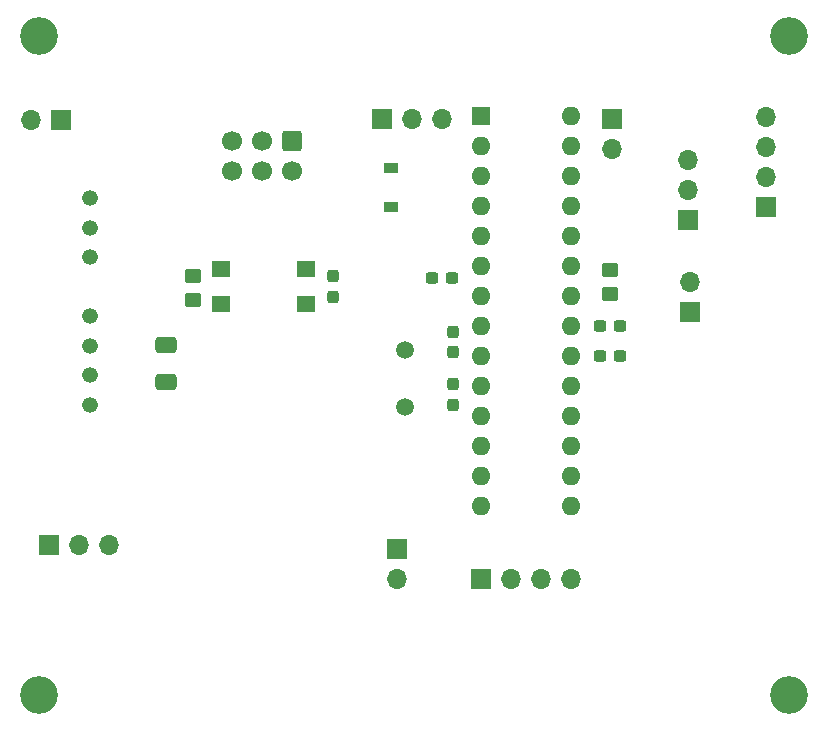
<source format=gbr>
%TF.GenerationSoftware,KiCad,Pcbnew,(6.0.1)*%
%TF.CreationDate,2022-03-08T00:57:02-06:00*%
%TF.ProjectId,mcu_board,6d63755f-626f-4617-9264-2e6b69636164,rev?*%
%TF.SameCoordinates,Original*%
%TF.FileFunction,Soldermask,Top*%
%TF.FilePolarity,Negative*%
%FSLAX46Y46*%
G04 Gerber Fmt 4.6, Leading zero omitted, Abs format (unit mm)*
G04 Created by KiCad (PCBNEW (6.0.1)) date 2022-03-08 00:57:02*
%MOMM*%
%LPD*%
G01*
G04 APERTURE LIST*
G04 Aperture macros list*
%AMRoundRect*
0 Rectangle with rounded corners*
0 $1 Rounding radius*
0 $2 $3 $4 $5 $6 $7 $8 $9 X,Y pos of 4 corners*
0 Add a 4 corners polygon primitive as box body*
4,1,4,$2,$3,$4,$5,$6,$7,$8,$9,$2,$3,0*
0 Add four circle primitives for the rounded corners*
1,1,$1+$1,$2,$3*
1,1,$1+$1,$4,$5*
1,1,$1+$1,$6,$7*
1,1,$1+$1,$8,$9*
0 Add four rect primitives between the rounded corners*
20,1,$1+$1,$2,$3,$4,$5,0*
20,1,$1+$1,$4,$5,$6,$7,0*
20,1,$1+$1,$6,$7,$8,$9,0*
20,1,$1+$1,$8,$9,$2,$3,0*%
G04 Aperture macros list end*
%ADD10C,3.200000*%
%ADD11R,1.700000X1.700000*%
%ADD12O,1.700000X1.700000*%
%ADD13C,1.500000*%
%ADD14R,1.600000X1.600000*%
%ADD15O,1.600000X1.600000*%
%ADD16R,1.600000X1.400000*%
%ADD17C,1.337000*%
%ADD18RoundRect,0.250000X-0.600000X0.600000X-0.600000X-0.600000X0.600000X-0.600000X0.600000X0.600000X0*%
%ADD19C,1.700000*%
%ADD20RoundRect,0.237500X0.237500X-0.300000X0.237500X0.300000X-0.237500X0.300000X-0.237500X-0.300000X0*%
%ADD21RoundRect,0.237500X-0.237500X0.300000X-0.237500X-0.300000X0.237500X-0.300000X0.237500X0.300000X0*%
%ADD22RoundRect,0.250000X0.450000X-0.350000X0.450000X0.350000X-0.450000X0.350000X-0.450000X-0.350000X0*%
%ADD23RoundRect,0.250000X-0.450000X0.350000X-0.450000X-0.350000X0.450000X-0.350000X0.450000X0.350000X0*%
%ADD24RoundRect,0.250000X-0.650000X0.412500X-0.650000X-0.412500X0.650000X-0.412500X0.650000X0.412500X0*%
%ADD25RoundRect,0.237500X-0.300000X-0.237500X0.300000X-0.237500X0.300000X0.237500X-0.300000X0.237500X0*%
%ADD26R,1.200000X0.900000*%
%ADD27RoundRect,0.237500X0.300000X0.237500X-0.300000X0.237500X-0.300000X-0.237500X0.300000X-0.237500X0*%
G04 APERTURE END LIST*
D10*
%TO.C,H2*%
X193294000Y-141859000D03*
%TD*%
D11*
%TO.C,J1*%
X223647000Y-129530000D03*
D12*
X223647000Y-132070000D03*
%TD*%
D13*
%TO.C,Y1*%
X224282000Y-117524000D03*
X224282000Y-112644000D03*
%TD*%
D14*
%TO.C,U1*%
X230769000Y-92842000D03*
D15*
X230769000Y-95382000D03*
X230769000Y-97922000D03*
X230769000Y-100462000D03*
X230769000Y-103002000D03*
X230769000Y-105542000D03*
X230769000Y-108082000D03*
X230769000Y-110622000D03*
X230769000Y-113162000D03*
X230769000Y-115702000D03*
X230769000Y-118242000D03*
X230769000Y-120782000D03*
X230769000Y-123322000D03*
X230769000Y-125862000D03*
X238389000Y-125862000D03*
X238389000Y-123322000D03*
X238389000Y-120782000D03*
X238389000Y-118242000D03*
X238389000Y-115702000D03*
X238389000Y-113162000D03*
X238389000Y-110622000D03*
X238389000Y-108082000D03*
X238389000Y-105542000D03*
X238389000Y-103002000D03*
X238389000Y-100462000D03*
X238389000Y-97922000D03*
X238389000Y-95382000D03*
X238389000Y-92842000D03*
%TD*%
D16*
%TO.C,SW1*%
X215944000Y-105810000D03*
X208744000Y-105810000D03*
X215944000Y-108810000D03*
X208744000Y-108810000D03*
%TD*%
D17*
%TO.C,PS1*%
X197612000Y-117317000D03*
X197612000Y-114817000D03*
X197612000Y-112317000D03*
X197612000Y-109817000D03*
X197612000Y-104817000D03*
X197612000Y-102317000D03*
X197612000Y-99817000D03*
%TD*%
D11*
%TO.C,J10*%
X230759000Y-132075000D03*
D12*
X233299000Y-132075000D03*
X235839000Y-132075000D03*
X238379000Y-132075000D03*
%TD*%
%TO.C,J9*%
X227457000Y-93086000D03*
X224917000Y-93086000D03*
D11*
X222377000Y-93086000D03*
%TD*%
D18*
%TO.C,J8*%
X214757000Y-94991000D03*
D19*
X214757000Y-97531000D03*
X212217000Y-94991000D03*
X212217000Y-97531000D03*
X209677000Y-94991000D03*
X209677000Y-97531000D03*
%TD*%
D11*
%TO.C,J7*%
X194198000Y-129154000D03*
D12*
X196738000Y-129154000D03*
X199278000Y-129154000D03*
%TD*%
%TO.C,J6*%
X192659000Y-93213000D03*
D11*
X195199000Y-93213000D03*
%TD*%
%TO.C,J5*%
X248412000Y-109474000D03*
D12*
X248412000Y-106934000D03*
%TD*%
%TO.C,J4*%
X241808000Y-95621000D03*
D11*
X241808000Y-93081000D03*
%TD*%
%TO.C,J3*%
X248285000Y-101707000D03*
D12*
X248285000Y-99167000D03*
X248285000Y-96627000D03*
%TD*%
D11*
%TO.C,J2*%
X254889000Y-100569000D03*
D12*
X254889000Y-98029000D03*
X254889000Y-95489000D03*
X254889000Y-92949000D03*
%TD*%
D10*
%TO.C,H4*%
X256794000Y-141859000D03*
%TD*%
D20*
%TO.C,C10*%
X228346000Y-112871500D03*
X228346000Y-111146500D03*
%TD*%
D10*
%TO.C,H3*%
X256794000Y-86106000D03*
%TD*%
%TO.C,H1*%
X193294000Y-86106000D03*
%TD*%
D21*
%TO.C,C12*%
X228346000Y-115591500D03*
X228346000Y-117316500D03*
%TD*%
D22*
%TO.C,R6*%
X206375000Y-108437000D03*
X206375000Y-106437000D03*
%TD*%
D21*
%TO.C,C11*%
X218186000Y-106447500D03*
X218186000Y-108172500D03*
%TD*%
D23*
%TO.C,R1*%
X241681000Y-105929000D03*
X241681000Y-107929000D03*
%TD*%
D24*
%TO.C,C2*%
X204089000Y-112224500D03*
X204089000Y-115349500D03*
%TD*%
D25*
%TO.C,C1*%
X240818500Y-110612000D03*
X242543500Y-110612000D03*
%TD*%
%TO.C,C8*%
X240818500Y-113152000D03*
X242543500Y-113152000D03*
%TD*%
D26*
%TO.C,D1*%
X223139000Y-100578000D03*
X223139000Y-97278000D03*
%TD*%
D27*
%TO.C,C6*%
X228319500Y-106548000D03*
X226594500Y-106548000D03*
%TD*%
M02*

</source>
